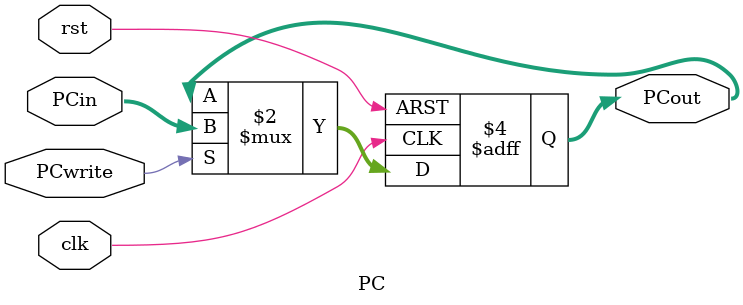
<source format=v>

module PC(
	clk,
	rst,
	PCwrite,
	PCin,
	PCout
);
	input clk;
	input rst; 
	input PCwrite;     
	input [4:0] PCin;
	output reg [4:0] PCout;           

    always @(posedge clk , posedge rst) begin
      if(rst)
        PCout <= 10'b0;
      else
		if(PCwrite)
			PCout <= PCin;
    end
    
  endmodule
        
</source>
